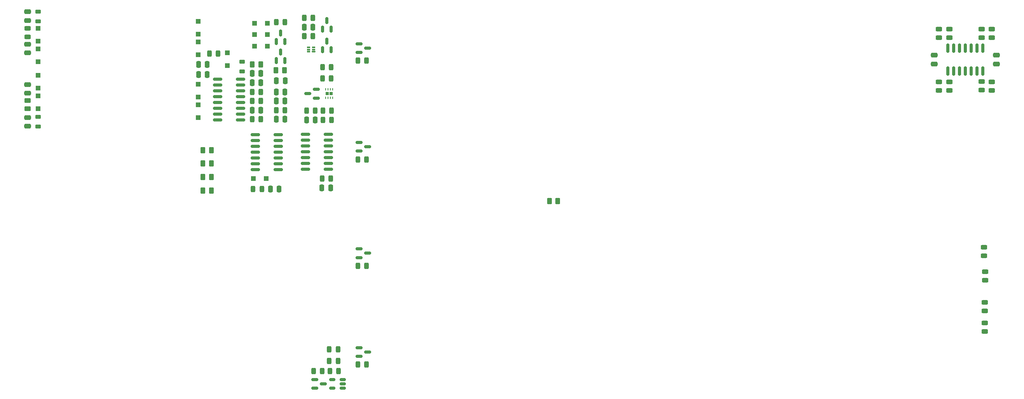
<source format=gbr>
%TF.GenerationSoftware,KiCad,Pcbnew,8.0.9-8.0.9-0~ubuntu24.04.1*%
%TF.CreationDate,2025-03-26T21:15:19+01:00*%
%TF.ProjectId,HighIsoXFMR,48696768-4973-46f5-9846-4d522e6b6963,rev?*%
%TF.SameCoordinates,Original*%
%TF.FileFunction,Paste,Top*%
%TF.FilePolarity,Positive*%
%FSLAX46Y46*%
G04 Gerber Fmt 4.6, Leading zero omitted, Abs format (unit mm)*
G04 Created by KiCad (PCBNEW 8.0.9-8.0.9-0~ubuntu24.04.1) date 2025-03-26 21:15:19*
%MOMM*%
%LPD*%
G01*
G04 APERTURE LIST*
G04 Aperture macros list*
%AMRoundRect*
0 Rectangle with rounded corners*
0 $1 Rounding radius*
0 $2 $3 $4 $5 $6 $7 $8 $9 X,Y pos of 4 corners*
0 Add a 4 corners polygon primitive as box body*
4,1,4,$2,$3,$4,$5,$6,$7,$8,$9,$2,$3,0*
0 Add four circle primitives for the rounded corners*
1,1,$1+$1,$2,$3*
1,1,$1+$1,$4,$5*
1,1,$1+$1,$6,$7*
1,1,$1+$1,$8,$9*
0 Add four rect primitives between the rounded corners*
20,1,$1+$1,$2,$3,$4,$5,0*
20,1,$1+$1,$4,$5,$6,$7,0*
20,1,$1+$1,$6,$7,$8,$9,0*
20,1,$1+$1,$8,$9,$2,$3,0*%
G04 Aperture macros list end*
%ADD10RoundRect,0.243750X0.243750X0.456250X-0.243750X0.456250X-0.243750X-0.456250X0.243750X-0.456250X0*%
%ADD11RoundRect,0.250000X0.300000X-0.300000X0.300000X0.300000X-0.300000X0.300000X-0.300000X-0.300000X0*%
%ADD12RoundRect,0.150000X0.150000X-0.587500X0.150000X0.587500X-0.150000X0.587500X-0.150000X-0.587500X0*%
%ADD13RoundRect,0.243750X-0.243750X-0.456250X0.243750X-0.456250X0.243750X0.456250X-0.243750X0.456250X0*%
%ADD14RoundRect,0.218750X0.381250X-0.218750X0.381250X0.218750X-0.381250X0.218750X-0.381250X-0.218750X0*%
%ADD15RoundRect,0.250000X-0.250000X-0.475000X0.250000X-0.475000X0.250000X0.475000X-0.250000X0.475000X0*%
%ADD16RoundRect,0.150000X0.587500X0.150000X-0.587500X0.150000X-0.587500X-0.150000X0.587500X-0.150000X0*%
%ADD17RoundRect,0.243750X-0.456250X0.243750X-0.456250X-0.243750X0.456250X-0.243750X0.456250X0.243750X0*%
%ADD18RoundRect,0.250000X0.300000X0.300000X-0.300000X0.300000X-0.300000X-0.300000X0.300000X-0.300000X0*%
%ADD19RoundRect,0.250000X0.250000X0.475000X-0.250000X0.475000X-0.250000X-0.475000X0.250000X-0.475000X0*%
%ADD20RoundRect,0.250000X-0.262500X-0.450000X0.262500X-0.450000X0.262500X0.450000X-0.262500X0.450000X0*%
%ADD21R,0.650000X0.750000*%
%ADD22RoundRect,0.062500X0.062500X-0.187500X0.062500X0.187500X-0.062500X0.187500X-0.062500X-0.187500X0*%
%ADD23RoundRect,0.150000X-0.587500X-0.150000X0.587500X-0.150000X0.587500X0.150000X-0.587500X0.150000X0*%
%ADD24RoundRect,0.250000X0.475000X-0.250000X0.475000X0.250000X-0.475000X0.250000X-0.475000X-0.250000X0*%
%ADD25RoundRect,0.243750X0.456250X-0.243750X0.456250X0.243750X-0.456250X0.243750X-0.456250X-0.243750X0*%
%ADD26RoundRect,0.218750X-0.381250X0.218750X-0.381250X-0.218750X0.381250X-0.218750X0.381250X0.218750X0*%
%ADD27RoundRect,0.250000X-0.300000X-0.300000X0.300000X-0.300000X0.300000X0.300000X-0.300000X0.300000X0*%
%ADD28RoundRect,0.250000X-0.300000X0.300000X-0.300000X-0.300000X0.300000X-0.300000X0.300000X0.300000X0*%
%ADD29RoundRect,0.070000X0.355000X-0.070000X0.355000X0.070000X-0.355000X0.070000X-0.355000X-0.070000X0*%
%ADD30RoundRect,0.070000X0.305000X-0.070000X0.305000X0.070000X-0.305000X0.070000X-0.305000X-0.070000X0*%
%ADD31RoundRect,0.150000X0.150000X-0.825000X0.150000X0.825000X-0.150000X0.825000X-0.150000X-0.825000X0*%
%ADD32RoundRect,0.250000X-0.475000X0.250000X-0.475000X-0.250000X0.475000X-0.250000X0.475000X0.250000X0*%
%ADD33RoundRect,0.150000X0.512500X0.150000X-0.512500X0.150000X-0.512500X-0.150000X0.512500X-0.150000X0*%
%ADD34RoundRect,0.250000X0.262500X0.450000X-0.262500X0.450000X-0.262500X-0.450000X0.262500X-0.450000X0*%
%ADD35RoundRect,0.150000X-0.825000X-0.150000X0.825000X-0.150000X0.825000X0.150000X-0.825000X0.150000X0*%
%ADD36RoundRect,0.250000X0.450000X-0.262500X0.450000X0.262500X-0.450000X0.262500X-0.450000X-0.262500X0*%
G04 APERTURE END LIST*
D10*
%TO.C,R30*%
X77978000Y-69088000D03*
X76103000Y-69088000D03*
%TD*%
D11*
%TO.C,D1*%
X80010000Y-71758000D03*
X80010000Y-68958000D03*
%TD*%
D12*
%TO.C,Q4*%
X100725200Y-63810300D03*
X102625200Y-63810300D03*
X101675200Y-61935300D03*
%TD*%
D13*
%TO.C,R3*%
X85400200Y-79451550D03*
X87275200Y-79451550D03*
%TD*%
D14*
%TO.C,L4*%
X38750000Y-62062500D03*
X38750000Y-59937500D03*
%TD*%
D15*
%TO.C,C10*%
X90687700Y-74991550D03*
X92587700Y-74991550D03*
%TD*%
D16*
%TO.C,Q1*%
X99362700Y-78810300D03*
X99362700Y-76910300D03*
X97487700Y-77860300D03*
%TD*%
D17*
%TO.C,R7*%
X36500000Y-63562500D03*
X36500000Y-65437500D03*
%TD*%
D13*
%TO.C,R10*%
X97237700Y-81560300D03*
X99112700Y-81560300D03*
%TD*%
D18*
%TO.C,D11*%
X88725200Y-64991550D03*
X85925200Y-64991550D03*
%TD*%
D11*
%TO.C,D7*%
X38750000Y-81150000D03*
X38750000Y-78350000D03*
%TD*%
D17*
%TO.C,R14*%
X245000000Y-127852500D03*
X245000000Y-129727500D03*
%TD*%
D19*
%TO.C,C6*%
X92537700Y-83451550D03*
X90637700Y-83451550D03*
%TD*%
%TO.C,C14*%
X99125200Y-83560300D03*
X97225200Y-83560300D03*
%TD*%
D17*
%TO.C,R23*%
X245000000Y-123388500D03*
X245000000Y-125263500D03*
%TD*%
D20*
%TO.C,F7*%
X74675000Y-99000000D03*
X76500000Y-99000000D03*
%TD*%
D10*
%TO.C,R9*%
X102487500Y-96370000D03*
X100612500Y-96370000D03*
%TD*%
D11*
%TO.C,D8*%
X38750000Y-76650000D03*
X38750000Y-73850000D03*
%TD*%
D13*
%TO.C,R11*%
X90637700Y-62241550D03*
X92512700Y-62241550D03*
%TD*%
D19*
%TO.C,C2*%
X75600000Y-71447600D03*
X73700000Y-71447600D03*
%TD*%
D21*
%TO.C,U1*%
X101775200Y-77810300D03*
X102575200Y-77810300D03*
D22*
X101425200Y-78760300D03*
X101925200Y-78760300D03*
X102425200Y-78760300D03*
X102925200Y-78760300D03*
X102925200Y-76860300D03*
X102425200Y-76860300D03*
X101925200Y-76860300D03*
X101425200Y-76860300D03*
%TD*%
D19*
%TO.C,C3*%
X87287700Y-75451550D03*
X85387700Y-75451550D03*
%TD*%
D11*
%TO.C,D4*%
X73675200Y-69352800D03*
X73675200Y-66552800D03*
%TD*%
D13*
%TO.C,R32*%
X102212500Y-133637500D03*
X104087500Y-133637500D03*
%TD*%
D23*
%TO.C,Q13*%
X108682500Y-133250000D03*
X108682500Y-135150000D03*
X110557500Y-134200000D03*
%TD*%
D24*
%TO.C,C7*%
X36500000Y-84950000D03*
X36500000Y-83050000D03*
%TD*%
D25*
%TO.C,R6*%
X246540000Y-65647500D03*
X246540000Y-63772500D03*
%TD*%
D15*
%TO.C,C5*%
X85387700Y-81451550D03*
X87287700Y-81451550D03*
%TD*%
D19*
%TO.C,C16*%
X91250000Y-98620000D03*
X89350000Y-98620000D03*
%TD*%
D23*
%TO.C,U9*%
X99000000Y-140187500D03*
X99000000Y-142087500D03*
X100875000Y-141137500D03*
%TD*%
D15*
%TO.C,C9*%
X90637700Y-77451550D03*
X92537700Y-77451550D03*
%TD*%
D20*
%TO.C,F6*%
X74675000Y-96050000D03*
X76500000Y-96050000D03*
%TD*%
D26*
%TO.C,L3*%
X38750000Y-82875000D03*
X38750000Y-85000000D03*
%TD*%
D27*
%TO.C,D9*%
X85925200Y-62491550D03*
X88725200Y-62491550D03*
%TD*%
D25*
%TO.C,R29*%
X244290000Y-65647500D03*
X244290000Y-63772500D03*
%TD*%
D13*
%TO.C,R35*%
X102212500Y-136137500D03*
X104087500Y-136137500D03*
%TD*%
D19*
%TO.C,C1*%
X98625200Y-63310300D03*
X96725200Y-63310300D03*
%TD*%
D25*
%TO.C,R25*%
X235040000Y-65647500D03*
X235040000Y-63772500D03*
%TD*%
D13*
%TO.C,R21*%
X100800200Y-83560300D03*
X102675200Y-83560300D03*
%TD*%
D20*
%TO.C,TH2*%
X150175000Y-101250000D03*
X152000000Y-101250000D03*
%TD*%
D13*
%TO.C,R15*%
X108462500Y-70600000D03*
X110337500Y-70600000D03*
%TD*%
%TO.C,R18*%
X100762700Y-74560300D03*
X102637700Y-74560300D03*
%TD*%
D12*
%TO.C,Q5*%
X90625200Y-66481550D03*
X92525200Y-66481550D03*
X91575200Y-64606550D03*
%TD*%
%TO.C,Q2*%
X90625200Y-70616550D03*
X92525200Y-70616550D03*
X91575200Y-68741550D03*
%TD*%
D28*
%TO.C,D14*%
X73675200Y-80302800D03*
X73675200Y-83102800D03*
%TD*%
D11*
%TO.C,D13*%
X73675200Y-64852800D03*
X73675200Y-62052800D03*
%TD*%
D13*
%TO.C,R1*%
X96725200Y-61310300D03*
X98600200Y-61310300D03*
%TD*%
D23*
%TO.C,Q11*%
X108682500Y-88500000D03*
X108682500Y-90400000D03*
X110557500Y-89450000D03*
%TD*%
D29*
%TO.C,U5*%
X98775200Y-68722800D03*
D30*
X98825200Y-68222800D03*
X98825200Y-67722800D03*
X97675200Y-67722800D03*
X97675200Y-68222800D03*
X97675200Y-68722800D03*
%TD*%
D31*
%TO.C,U8*%
X236960000Y-72910000D03*
X238230000Y-72910000D03*
X239500000Y-72910000D03*
X240770000Y-72910000D03*
X242040000Y-72910000D03*
X243310000Y-72910000D03*
X244580000Y-72910000D03*
X244580000Y-67960000D03*
X243310000Y-67960000D03*
X242040000Y-67960000D03*
X240770000Y-67960000D03*
X239500000Y-67960000D03*
X238230000Y-67960000D03*
X236960000Y-67960000D03*
%TD*%
D32*
%TO.C,C11*%
X36500000Y-75850000D03*
X36500000Y-77750000D03*
%TD*%
D12*
%TO.C,Q3*%
X100725200Y-68247800D03*
X102625200Y-68247800D03*
X101675200Y-66372800D03*
%TD*%
D17*
%TO.C,R13*%
X235040000Y-75272500D03*
X235040000Y-77147500D03*
%TD*%
D23*
%TO.C,Q12*%
X108682500Y-111700000D03*
X108682500Y-113600000D03*
X110557500Y-112650000D03*
%TD*%
D32*
%TO.C,C18*%
X247540000Y-69485000D03*
X247540000Y-71385000D03*
%TD*%
D17*
%TO.C,R27*%
X244290000Y-75210000D03*
X244290000Y-77085000D03*
%TD*%
D10*
%TO.C,R33*%
X100625000Y-138387500D03*
X98750000Y-138387500D03*
%TD*%
D26*
%TO.C,L1*%
X83175200Y-70890300D03*
X83175200Y-73015300D03*
%TD*%
D28*
%TO.C,D3*%
X73675200Y-75797600D03*
X73675200Y-78597600D03*
%TD*%
D15*
%TO.C,C13*%
X100600000Y-98370000D03*
X102500000Y-98370000D03*
%TD*%
D24*
%TO.C,C12*%
X36500000Y-68950000D03*
X36500000Y-67050000D03*
%TD*%
D20*
%TO.C,F2*%
X90612700Y-72741550D03*
X92437700Y-72741550D03*
%TD*%
D33*
%TO.C,U7*%
X105137500Y-142087500D03*
X105137500Y-141137500D03*
X105137500Y-140187500D03*
X102862500Y-140187500D03*
X102862500Y-142087500D03*
%TD*%
D17*
%TO.C,R24*%
X246540000Y-75272500D03*
X246540000Y-77147500D03*
%TD*%
D11*
%TO.C,D6*%
X38750000Y-66400000D03*
X38750000Y-63600000D03*
%TD*%
D13*
%TO.C,R17*%
X108432500Y-115400000D03*
X110307500Y-115400000D03*
%TD*%
%TO.C,R2*%
X85400200Y-77451550D03*
X87275200Y-77451550D03*
%TD*%
D10*
%TO.C,R8*%
X98612700Y-65310300D03*
X96737700Y-65310300D03*
%TD*%
D34*
%TO.C,F3*%
X87250200Y-71491550D03*
X85425200Y-71491550D03*
%TD*%
D13*
%TO.C,R16*%
X108432500Y-92200000D03*
X110307500Y-92200000D03*
%TD*%
D10*
%TO.C,R17*%
X110307500Y-136950000D03*
X108432500Y-136950000D03*
%TD*%
D17*
%TO.C,R22*%
X244856000Y-111330500D03*
X244856000Y-113205500D03*
%TD*%
D13*
%TO.C,R12*%
X85612500Y-98620000D03*
X87487500Y-98620000D03*
%TD*%
%TO.C,R31*%
X102312500Y-138387500D03*
X104187500Y-138387500D03*
%TD*%
D35*
%TO.C,U6*%
X86100000Y-86810000D03*
X86100000Y-88080000D03*
X86100000Y-89350000D03*
X86100000Y-90620000D03*
X86100000Y-91890000D03*
X86100000Y-93160000D03*
X86100000Y-94430000D03*
X91050000Y-94430000D03*
X91050000Y-93160000D03*
X91050000Y-91890000D03*
X91050000Y-90620000D03*
X91050000Y-89350000D03*
X91050000Y-88080000D03*
X91050000Y-86810000D03*
%TD*%
D19*
%TO.C,C4*%
X92537700Y-79451550D03*
X90637700Y-79451550D03*
%TD*%
D23*
%TO.C,Q10*%
X108682500Y-66950000D03*
X108682500Y-68850000D03*
X110557500Y-67900000D03*
%TD*%
D13*
%TO.C,R20*%
X100800200Y-81560300D03*
X102675200Y-81560300D03*
%TD*%
D25*
%TO.C,R28*%
X237290000Y-65647500D03*
X237290000Y-63772500D03*
%TD*%
D35*
%TO.C,U4*%
X97050000Y-86750000D03*
X97050000Y-88020000D03*
X97050000Y-89290000D03*
X97050000Y-90560000D03*
X97050000Y-91830000D03*
X97050000Y-93100000D03*
X97050000Y-94370000D03*
X102000000Y-94370000D03*
X102000000Y-93100000D03*
X102000000Y-91830000D03*
X102000000Y-90560000D03*
X102000000Y-89290000D03*
X102000000Y-88020000D03*
X102000000Y-86750000D03*
%TD*%
D13*
%TO.C,R19*%
X100762700Y-72060300D03*
X102637700Y-72060300D03*
%TD*%
D36*
%TO.C,F1*%
X36500000Y-81162500D03*
X36500000Y-79337500D03*
%TD*%
D20*
%TO.C,F4*%
X74675000Y-90150000D03*
X76500000Y-90150000D03*
%TD*%
%TO.C,F5*%
X74675000Y-93100000D03*
X76500000Y-93100000D03*
%TD*%
D17*
%TO.C,R34*%
X245110000Y-116664500D03*
X245110000Y-118539500D03*
%TD*%
%TO.C,R26*%
X237290000Y-75272500D03*
X237290000Y-77147500D03*
%TD*%
D11*
%TO.C,D5*%
X38750000Y-70900000D03*
X38750000Y-68100000D03*
%TD*%
D10*
%TO.C,R5*%
X87275200Y-83451550D03*
X85400200Y-83451550D03*
%TD*%
D19*
%TO.C,C10*%
X75600000Y-73697600D03*
X73700000Y-73697600D03*
%TD*%
D32*
%TO.C,C8*%
X36500000Y-60000000D03*
X36500000Y-61900000D03*
%TD*%
D10*
%TO.C,R4*%
X92525200Y-81451550D03*
X90650200Y-81451550D03*
%TD*%
D19*
%TO.C,C15*%
X87287700Y-73451550D03*
X85387700Y-73451550D03*
%TD*%
D32*
%TO.C,C17*%
X234040000Y-69485000D03*
X234040000Y-71385000D03*
%TD*%
D35*
%TO.C,U2*%
X77887700Y-74661550D03*
X77887700Y-75931550D03*
X77887700Y-77201550D03*
X77887700Y-78471550D03*
X77887700Y-79741550D03*
X77887700Y-81011550D03*
X77887700Y-82281550D03*
X77887700Y-83551550D03*
X82837700Y-83551550D03*
X82837700Y-82281550D03*
X82837700Y-81011550D03*
X82837700Y-79741550D03*
X82837700Y-78471550D03*
X82837700Y-77201550D03*
X82837700Y-75931550D03*
X82837700Y-74661550D03*
%TD*%
D27*
%TO.C,D12*%
X85650000Y-96370000D03*
X88450000Y-96370000D03*
%TD*%
D18*
%TO.C,D10*%
X88725200Y-67491550D03*
X85925200Y-67491550D03*
%TD*%
M02*

</source>
